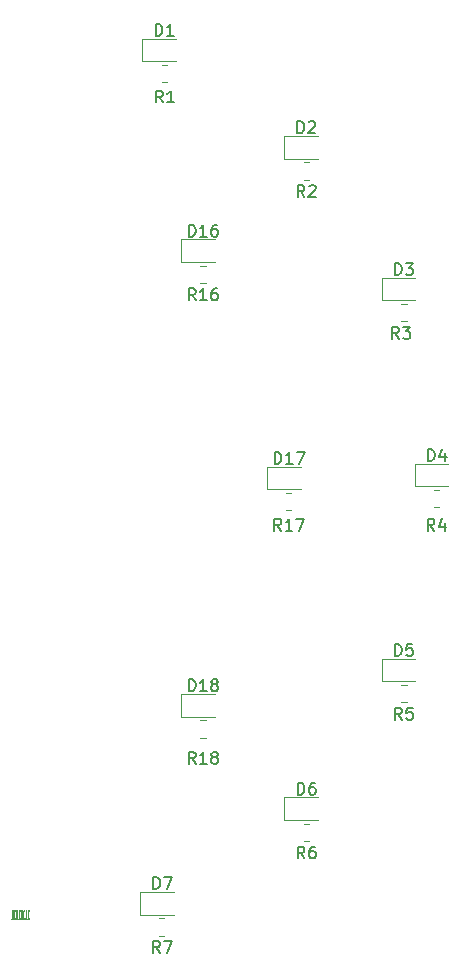
<source format=gbr>
G04 #@! TF.GenerationSoftware,KiCad,Pcbnew,5.1.10-88a1d61d58~88~ubuntu20.04.1*
G04 #@! TF.CreationDate,2021-06-07T13:22:34+01:00*
G04 #@! TF.ProjectId,wings,77696e67-732e-46b6-9963-61645f706362,rev?*
G04 #@! TF.SameCoordinates,Original*
G04 #@! TF.FileFunction,Legend,Top*
G04 #@! TF.FilePolarity,Positive*
%FSLAX46Y46*%
G04 Gerber Fmt 4.6, Leading zero omitted, Abs format (unit mm)*
G04 Created by KiCad (PCBNEW 5.1.10-88a1d61d58~88~ubuntu20.04.1) date 2021-06-07 13:22:34*
%MOMM*%
%LPD*%
G01*
G04 APERTURE LIST*
%ADD10C,0.037500*%
%ADD11C,0.120000*%
%ADD12C,0.150000*%
G04 APERTURE END LIST*
D10*
X151557142Y-128061904D02*
X151557142Y-128633333D01*
X151550000Y-128747619D01*
X151535714Y-128823809D01*
X151514285Y-128861904D01*
X151500000Y-128861904D01*
X151700000Y-128861904D02*
X151628571Y-128861904D01*
X151628571Y-128061904D01*
X151835714Y-128785714D02*
X151828571Y-128823809D01*
X151807142Y-128861904D01*
X151792857Y-128861904D01*
X151771428Y-128823809D01*
X151757142Y-128747619D01*
X151750000Y-128671428D01*
X151742857Y-128519047D01*
X151742857Y-128404761D01*
X151750000Y-128252380D01*
X151757142Y-128176190D01*
X151771428Y-128100000D01*
X151792857Y-128061904D01*
X151807142Y-128061904D01*
X151828571Y-128100000D01*
X151835714Y-128138095D01*
X151942857Y-128061904D02*
X151942857Y-128633333D01*
X151935714Y-128747619D01*
X151921428Y-128823809D01*
X151900000Y-128861904D01*
X151885714Y-128861904D01*
X152085714Y-128861904D02*
X152014285Y-128861904D01*
X152014285Y-128061904D01*
X152221428Y-128785714D02*
X152214285Y-128823809D01*
X152192857Y-128861904D01*
X152178571Y-128861904D01*
X152157142Y-128823809D01*
X152142857Y-128747619D01*
X152135714Y-128671428D01*
X152128571Y-128519047D01*
X152128571Y-128404761D01*
X152135714Y-128252380D01*
X152142857Y-128176190D01*
X152157142Y-128100000D01*
X152178571Y-128061904D01*
X152192857Y-128061904D01*
X152214285Y-128100000D01*
X152221428Y-128138095D01*
X152328571Y-128061904D02*
X152328571Y-128633333D01*
X152321428Y-128747619D01*
X152307142Y-128823809D01*
X152285714Y-128861904D01*
X152271428Y-128861904D01*
X152471428Y-128861904D02*
X152400000Y-128861904D01*
X152400000Y-128061904D01*
X152607142Y-128785714D02*
X152600000Y-128823809D01*
X152578571Y-128861904D01*
X152564285Y-128861904D01*
X152542857Y-128823809D01*
X152528571Y-128747619D01*
X152521428Y-128671428D01*
X152514285Y-128519047D01*
X152514285Y-128404761D01*
X152521428Y-128252380D01*
X152528571Y-128176190D01*
X152542857Y-128100000D01*
X152564285Y-128061904D01*
X152578571Y-128061904D01*
X152600000Y-128100000D01*
X152607142Y-128138095D01*
X152714285Y-128061904D02*
X152714285Y-128633333D01*
X152707142Y-128747619D01*
X152692857Y-128823809D01*
X152671428Y-128861904D01*
X152657142Y-128861904D01*
X152857142Y-128861904D02*
X152785714Y-128861904D01*
X152785714Y-128061904D01*
X152992857Y-128785714D02*
X152985714Y-128823809D01*
X152964285Y-128861904D01*
X152950000Y-128861904D01*
X152928571Y-128823809D01*
X152914285Y-128747619D01*
X152907142Y-128671428D01*
X152900000Y-128519047D01*
X152900000Y-128404761D01*
X152907142Y-128252380D01*
X152914285Y-128176190D01*
X152928571Y-128100000D01*
X152950000Y-128061904D01*
X152964285Y-128061904D01*
X152985714Y-128100000D01*
X152992857Y-128138095D01*
D11*
G04 #@! TO.C,R6*
X176272936Y-120765000D02*
X176727064Y-120765000D01*
X176272936Y-122235000D02*
X176727064Y-122235000D01*
G04 #@! TO.C,R5*
X184522936Y-109015000D02*
X184977064Y-109015000D01*
X184522936Y-110485000D02*
X184977064Y-110485000D01*
G04 #@! TO.C,R18*
X167522936Y-112015000D02*
X167977064Y-112015000D01*
X167522936Y-113485000D02*
X167977064Y-113485000D01*
G04 #@! TO.C,R4*
X187272936Y-92515000D02*
X187727064Y-92515000D01*
X187272936Y-93985000D02*
X187727064Y-93985000D01*
G04 #@! TO.C,R17*
X174772936Y-92765000D02*
X175227064Y-92765000D01*
X174772936Y-94235000D02*
X175227064Y-94235000D01*
G04 #@! TO.C,R3*
X184522936Y-76765000D02*
X184977064Y-76765000D01*
X184522936Y-78235000D02*
X184977064Y-78235000D01*
G04 #@! TO.C,R16*
X167522936Y-73515000D02*
X167977064Y-73515000D01*
X167522936Y-74985000D02*
X167977064Y-74985000D01*
G04 #@! TO.C,R2*
X176272936Y-64765000D02*
X176727064Y-64765000D01*
X176272936Y-66235000D02*
X176727064Y-66235000D01*
G04 #@! TO.C,R1*
X164272936Y-56515000D02*
X164727064Y-56515000D01*
X164272936Y-57985000D02*
X164727064Y-57985000D01*
G04 #@! TO.C,R7*
X164022936Y-128765000D02*
X164477064Y-128765000D01*
X164022936Y-130235000D02*
X164477064Y-130235000D01*
G04 #@! TO.C,D6*
X177500000Y-118540000D02*
X174640000Y-118540000D01*
X174640000Y-118540000D02*
X174640000Y-120460000D01*
X174640000Y-120460000D02*
X177500000Y-120460000D01*
G04 #@! TO.C,D5*
X185725000Y-106790000D02*
X182865000Y-106790000D01*
X182865000Y-106790000D02*
X182865000Y-108710000D01*
X182865000Y-108710000D02*
X185725000Y-108710000D01*
G04 #@! TO.C,D18*
X168750000Y-109790000D02*
X165890000Y-109790000D01*
X165890000Y-109790000D02*
X165890000Y-111710000D01*
X165890000Y-111710000D02*
X168750000Y-111710000D01*
G04 #@! TO.C,D4*
X188525000Y-90290000D02*
X185665000Y-90290000D01*
X185665000Y-90290000D02*
X185665000Y-92210000D01*
X185665000Y-92210000D02*
X188525000Y-92210000D01*
G04 #@! TO.C,D17*
X176025000Y-90540000D02*
X173165000Y-90540000D01*
X173165000Y-90540000D02*
X173165000Y-92460000D01*
X173165000Y-92460000D02*
X176025000Y-92460000D01*
G04 #@! TO.C,D3*
X185725000Y-74540000D02*
X182865000Y-74540000D01*
X182865000Y-74540000D02*
X182865000Y-76460000D01*
X182865000Y-76460000D02*
X185725000Y-76460000D01*
G04 #@! TO.C,D16*
X168750000Y-71290000D02*
X165890000Y-71290000D01*
X165890000Y-71290000D02*
X165890000Y-73210000D01*
X165890000Y-73210000D02*
X168750000Y-73210000D01*
G04 #@! TO.C,D2*
X177475000Y-62540000D02*
X174615000Y-62540000D01*
X174615000Y-62540000D02*
X174615000Y-64460000D01*
X174615000Y-64460000D02*
X177475000Y-64460000D01*
G04 #@! TO.C,D1*
X165475000Y-54290000D02*
X162615000Y-54290000D01*
X162615000Y-54290000D02*
X162615000Y-56210000D01*
X162615000Y-56210000D02*
X165475000Y-56210000D01*
G04 #@! TO.C,D7*
X165275000Y-126540000D02*
X162415000Y-126540000D01*
X162415000Y-126540000D02*
X162415000Y-128460000D01*
X162415000Y-128460000D02*
X165275000Y-128460000D01*
G04 #@! TO.C,R6*
D12*
X176333333Y-123702380D02*
X176000000Y-123226190D01*
X175761904Y-123702380D02*
X175761904Y-122702380D01*
X176142857Y-122702380D01*
X176238095Y-122750000D01*
X176285714Y-122797619D01*
X176333333Y-122892857D01*
X176333333Y-123035714D01*
X176285714Y-123130952D01*
X176238095Y-123178571D01*
X176142857Y-123226190D01*
X175761904Y-123226190D01*
X177190476Y-122702380D02*
X177000000Y-122702380D01*
X176904761Y-122750000D01*
X176857142Y-122797619D01*
X176761904Y-122940476D01*
X176714285Y-123130952D01*
X176714285Y-123511904D01*
X176761904Y-123607142D01*
X176809523Y-123654761D01*
X176904761Y-123702380D01*
X177095238Y-123702380D01*
X177190476Y-123654761D01*
X177238095Y-123607142D01*
X177285714Y-123511904D01*
X177285714Y-123273809D01*
X177238095Y-123178571D01*
X177190476Y-123130952D01*
X177095238Y-123083333D01*
X176904761Y-123083333D01*
X176809523Y-123130952D01*
X176761904Y-123178571D01*
X176714285Y-123273809D01*
G04 #@! TO.C,R5*
X184583333Y-111952380D02*
X184250000Y-111476190D01*
X184011904Y-111952380D02*
X184011904Y-110952380D01*
X184392857Y-110952380D01*
X184488095Y-111000000D01*
X184535714Y-111047619D01*
X184583333Y-111142857D01*
X184583333Y-111285714D01*
X184535714Y-111380952D01*
X184488095Y-111428571D01*
X184392857Y-111476190D01*
X184011904Y-111476190D01*
X185488095Y-110952380D02*
X185011904Y-110952380D01*
X184964285Y-111428571D01*
X185011904Y-111380952D01*
X185107142Y-111333333D01*
X185345238Y-111333333D01*
X185440476Y-111380952D01*
X185488095Y-111428571D01*
X185535714Y-111523809D01*
X185535714Y-111761904D01*
X185488095Y-111857142D01*
X185440476Y-111904761D01*
X185345238Y-111952380D01*
X185107142Y-111952380D01*
X185011904Y-111904761D01*
X184964285Y-111857142D01*
G04 #@! TO.C,R18*
X167107142Y-115702380D02*
X166773809Y-115226190D01*
X166535714Y-115702380D02*
X166535714Y-114702380D01*
X166916666Y-114702380D01*
X167011904Y-114750000D01*
X167059523Y-114797619D01*
X167107142Y-114892857D01*
X167107142Y-115035714D01*
X167059523Y-115130952D01*
X167011904Y-115178571D01*
X166916666Y-115226190D01*
X166535714Y-115226190D01*
X168059523Y-115702380D02*
X167488095Y-115702380D01*
X167773809Y-115702380D02*
X167773809Y-114702380D01*
X167678571Y-114845238D01*
X167583333Y-114940476D01*
X167488095Y-114988095D01*
X168630952Y-115130952D02*
X168535714Y-115083333D01*
X168488095Y-115035714D01*
X168440476Y-114940476D01*
X168440476Y-114892857D01*
X168488095Y-114797619D01*
X168535714Y-114750000D01*
X168630952Y-114702380D01*
X168821428Y-114702380D01*
X168916666Y-114750000D01*
X168964285Y-114797619D01*
X169011904Y-114892857D01*
X169011904Y-114940476D01*
X168964285Y-115035714D01*
X168916666Y-115083333D01*
X168821428Y-115130952D01*
X168630952Y-115130952D01*
X168535714Y-115178571D01*
X168488095Y-115226190D01*
X168440476Y-115321428D01*
X168440476Y-115511904D01*
X168488095Y-115607142D01*
X168535714Y-115654761D01*
X168630952Y-115702380D01*
X168821428Y-115702380D01*
X168916666Y-115654761D01*
X168964285Y-115607142D01*
X169011904Y-115511904D01*
X169011904Y-115321428D01*
X168964285Y-115226190D01*
X168916666Y-115178571D01*
X168821428Y-115130952D01*
G04 #@! TO.C,R4*
X187333333Y-95952380D02*
X187000000Y-95476190D01*
X186761904Y-95952380D02*
X186761904Y-94952380D01*
X187142857Y-94952380D01*
X187238095Y-95000000D01*
X187285714Y-95047619D01*
X187333333Y-95142857D01*
X187333333Y-95285714D01*
X187285714Y-95380952D01*
X187238095Y-95428571D01*
X187142857Y-95476190D01*
X186761904Y-95476190D01*
X188190476Y-95285714D02*
X188190476Y-95952380D01*
X187952380Y-94904761D02*
X187714285Y-95619047D01*
X188333333Y-95619047D01*
G04 #@! TO.C,R17*
X174357142Y-95952380D02*
X174023809Y-95476190D01*
X173785714Y-95952380D02*
X173785714Y-94952380D01*
X174166666Y-94952380D01*
X174261904Y-95000000D01*
X174309523Y-95047619D01*
X174357142Y-95142857D01*
X174357142Y-95285714D01*
X174309523Y-95380952D01*
X174261904Y-95428571D01*
X174166666Y-95476190D01*
X173785714Y-95476190D01*
X175309523Y-95952380D02*
X174738095Y-95952380D01*
X175023809Y-95952380D02*
X175023809Y-94952380D01*
X174928571Y-95095238D01*
X174833333Y-95190476D01*
X174738095Y-95238095D01*
X175642857Y-94952380D02*
X176309523Y-94952380D01*
X175880952Y-95952380D01*
G04 #@! TO.C,R3*
X184333333Y-79702380D02*
X184000000Y-79226190D01*
X183761904Y-79702380D02*
X183761904Y-78702380D01*
X184142857Y-78702380D01*
X184238095Y-78750000D01*
X184285714Y-78797619D01*
X184333333Y-78892857D01*
X184333333Y-79035714D01*
X184285714Y-79130952D01*
X184238095Y-79178571D01*
X184142857Y-79226190D01*
X183761904Y-79226190D01*
X184666666Y-78702380D02*
X185285714Y-78702380D01*
X184952380Y-79083333D01*
X185095238Y-79083333D01*
X185190476Y-79130952D01*
X185238095Y-79178571D01*
X185285714Y-79273809D01*
X185285714Y-79511904D01*
X185238095Y-79607142D01*
X185190476Y-79654761D01*
X185095238Y-79702380D01*
X184809523Y-79702380D01*
X184714285Y-79654761D01*
X184666666Y-79607142D01*
G04 #@! TO.C,R16*
X167107142Y-76452380D02*
X166773809Y-75976190D01*
X166535714Y-76452380D02*
X166535714Y-75452380D01*
X166916666Y-75452380D01*
X167011904Y-75500000D01*
X167059523Y-75547619D01*
X167107142Y-75642857D01*
X167107142Y-75785714D01*
X167059523Y-75880952D01*
X167011904Y-75928571D01*
X166916666Y-75976190D01*
X166535714Y-75976190D01*
X168059523Y-76452380D02*
X167488095Y-76452380D01*
X167773809Y-76452380D02*
X167773809Y-75452380D01*
X167678571Y-75595238D01*
X167583333Y-75690476D01*
X167488095Y-75738095D01*
X168916666Y-75452380D02*
X168726190Y-75452380D01*
X168630952Y-75500000D01*
X168583333Y-75547619D01*
X168488095Y-75690476D01*
X168440476Y-75880952D01*
X168440476Y-76261904D01*
X168488095Y-76357142D01*
X168535714Y-76404761D01*
X168630952Y-76452380D01*
X168821428Y-76452380D01*
X168916666Y-76404761D01*
X168964285Y-76357142D01*
X169011904Y-76261904D01*
X169011904Y-76023809D01*
X168964285Y-75928571D01*
X168916666Y-75880952D01*
X168821428Y-75833333D01*
X168630952Y-75833333D01*
X168535714Y-75880952D01*
X168488095Y-75928571D01*
X168440476Y-76023809D01*
G04 #@! TO.C,R2*
X176333333Y-67702380D02*
X176000000Y-67226190D01*
X175761904Y-67702380D02*
X175761904Y-66702380D01*
X176142857Y-66702380D01*
X176238095Y-66750000D01*
X176285714Y-66797619D01*
X176333333Y-66892857D01*
X176333333Y-67035714D01*
X176285714Y-67130952D01*
X176238095Y-67178571D01*
X176142857Y-67226190D01*
X175761904Y-67226190D01*
X176714285Y-66797619D02*
X176761904Y-66750000D01*
X176857142Y-66702380D01*
X177095238Y-66702380D01*
X177190476Y-66750000D01*
X177238095Y-66797619D01*
X177285714Y-66892857D01*
X177285714Y-66988095D01*
X177238095Y-67130952D01*
X176666666Y-67702380D01*
X177285714Y-67702380D01*
G04 #@! TO.C,R1*
X164333333Y-59702380D02*
X164000000Y-59226190D01*
X163761904Y-59702380D02*
X163761904Y-58702380D01*
X164142857Y-58702380D01*
X164238095Y-58750000D01*
X164285714Y-58797619D01*
X164333333Y-58892857D01*
X164333333Y-59035714D01*
X164285714Y-59130952D01*
X164238095Y-59178571D01*
X164142857Y-59226190D01*
X163761904Y-59226190D01*
X165285714Y-59702380D02*
X164714285Y-59702380D01*
X165000000Y-59702380D02*
X165000000Y-58702380D01*
X164904761Y-58845238D01*
X164809523Y-58940476D01*
X164714285Y-58988095D01*
G04 #@! TO.C,R7*
X164083333Y-131702380D02*
X163750000Y-131226190D01*
X163511904Y-131702380D02*
X163511904Y-130702380D01*
X163892857Y-130702380D01*
X163988095Y-130750000D01*
X164035714Y-130797619D01*
X164083333Y-130892857D01*
X164083333Y-131035714D01*
X164035714Y-131130952D01*
X163988095Y-131178571D01*
X163892857Y-131226190D01*
X163511904Y-131226190D01*
X164416666Y-130702380D02*
X165083333Y-130702380D01*
X164654761Y-131702380D01*
G04 #@! TO.C,D6*
X175761904Y-118302380D02*
X175761904Y-117302380D01*
X176000000Y-117302380D01*
X176142857Y-117350000D01*
X176238095Y-117445238D01*
X176285714Y-117540476D01*
X176333333Y-117730952D01*
X176333333Y-117873809D01*
X176285714Y-118064285D01*
X176238095Y-118159523D01*
X176142857Y-118254761D01*
X176000000Y-118302380D01*
X175761904Y-118302380D01*
X177190476Y-117302380D02*
X177000000Y-117302380D01*
X176904761Y-117350000D01*
X176857142Y-117397619D01*
X176761904Y-117540476D01*
X176714285Y-117730952D01*
X176714285Y-118111904D01*
X176761904Y-118207142D01*
X176809523Y-118254761D01*
X176904761Y-118302380D01*
X177095238Y-118302380D01*
X177190476Y-118254761D01*
X177238095Y-118207142D01*
X177285714Y-118111904D01*
X177285714Y-117873809D01*
X177238095Y-117778571D01*
X177190476Y-117730952D01*
X177095238Y-117683333D01*
X176904761Y-117683333D01*
X176809523Y-117730952D01*
X176761904Y-117778571D01*
X176714285Y-117873809D01*
G04 #@! TO.C,D5*
X183986904Y-106552380D02*
X183986904Y-105552380D01*
X184225000Y-105552380D01*
X184367857Y-105600000D01*
X184463095Y-105695238D01*
X184510714Y-105790476D01*
X184558333Y-105980952D01*
X184558333Y-106123809D01*
X184510714Y-106314285D01*
X184463095Y-106409523D01*
X184367857Y-106504761D01*
X184225000Y-106552380D01*
X183986904Y-106552380D01*
X185463095Y-105552380D02*
X184986904Y-105552380D01*
X184939285Y-106028571D01*
X184986904Y-105980952D01*
X185082142Y-105933333D01*
X185320238Y-105933333D01*
X185415476Y-105980952D01*
X185463095Y-106028571D01*
X185510714Y-106123809D01*
X185510714Y-106361904D01*
X185463095Y-106457142D01*
X185415476Y-106504761D01*
X185320238Y-106552380D01*
X185082142Y-106552380D01*
X184986904Y-106504761D01*
X184939285Y-106457142D01*
G04 #@! TO.C,D18*
X166535714Y-109552380D02*
X166535714Y-108552380D01*
X166773809Y-108552380D01*
X166916666Y-108600000D01*
X167011904Y-108695238D01*
X167059523Y-108790476D01*
X167107142Y-108980952D01*
X167107142Y-109123809D01*
X167059523Y-109314285D01*
X167011904Y-109409523D01*
X166916666Y-109504761D01*
X166773809Y-109552380D01*
X166535714Y-109552380D01*
X168059523Y-109552380D02*
X167488095Y-109552380D01*
X167773809Y-109552380D02*
X167773809Y-108552380D01*
X167678571Y-108695238D01*
X167583333Y-108790476D01*
X167488095Y-108838095D01*
X168630952Y-108980952D02*
X168535714Y-108933333D01*
X168488095Y-108885714D01*
X168440476Y-108790476D01*
X168440476Y-108742857D01*
X168488095Y-108647619D01*
X168535714Y-108600000D01*
X168630952Y-108552380D01*
X168821428Y-108552380D01*
X168916666Y-108600000D01*
X168964285Y-108647619D01*
X169011904Y-108742857D01*
X169011904Y-108790476D01*
X168964285Y-108885714D01*
X168916666Y-108933333D01*
X168821428Y-108980952D01*
X168630952Y-108980952D01*
X168535714Y-109028571D01*
X168488095Y-109076190D01*
X168440476Y-109171428D01*
X168440476Y-109361904D01*
X168488095Y-109457142D01*
X168535714Y-109504761D01*
X168630952Y-109552380D01*
X168821428Y-109552380D01*
X168916666Y-109504761D01*
X168964285Y-109457142D01*
X169011904Y-109361904D01*
X169011904Y-109171428D01*
X168964285Y-109076190D01*
X168916666Y-109028571D01*
X168821428Y-108980952D01*
G04 #@! TO.C,D4*
X186786904Y-90052380D02*
X186786904Y-89052380D01*
X187025000Y-89052380D01*
X187167857Y-89100000D01*
X187263095Y-89195238D01*
X187310714Y-89290476D01*
X187358333Y-89480952D01*
X187358333Y-89623809D01*
X187310714Y-89814285D01*
X187263095Y-89909523D01*
X187167857Y-90004761D01*
X187025000Y-90052380D01*
X186786904Y-90052380D01*
X188215476Y-89385714D02*
X188215476Y-90052380D01*
X187977380Y-89004761D02*
X187739285Y-89719047D01*
X188358333Y-89719047D01*
G04 #@! TO.C,D17*
X173810714Y-90302380D02*
X173810714Y-89302380D01*
X174048809Y-89302380D01*
X174191666Y-89350000D01*
X174286904Y-89445238D01*
X174334523Y-89540476D01*
X174382142Y-89730952D01*
X174382142Y-89873809D01*
X174334523Y-90064285D01*
X174286904Y-90159523D01*
X174191666Y-90254761D01*
X174048809Y-90302380D01*
X173810714Y-90302380D01*
X175334523Y-90302380D02*
X174763095Y-90302380D01*
X175048809Y-90302380D02*
X175048809Y-89302380D01*
X174953571Y-89445238D01*
X174858333Y-89540476D01*
X174763095Y-89588095D01*
X175667857Y-89302380D02*
X176334523Y-89302380D01*
X175905952Y-90302380D01*
G04 #@! TO.C,D3*
X183986904Y-74302380D02*
X183986904Y-73302380D01*
X184225000Y-73302380D01*
X184367857Y-73350000D01*
X184463095Y-73445238D01*
X184510714Y-73540476D01*
X184558333Y-73730952D01*
X184558333Y-73873809D01*
X184510714Y-74064285D01*
X184463095Y-74159523D01*
X184367857Y-74254761D01*
X184225000Y-74302380D01*
X183986904Y-74302380D01*
X184891666Y-73302380D02*
X185510714Y-73302380D01*
X185177380Y-73683333D01*
X185320238Y-73683333D01*
X185415476Y-73730952D01*
X185463095Y-73778571D01*
X185510714Y-73873809D01*
X185510714Y-74111904D01*
X185463095Y-74207142D01*
X185415476Y-74254761D01*
X185320238Y-74302380D01*
X185034523Y-74302380D01*
X184939285Y-74254761D01*
X184891666Y-74207142D01*
G04 #@! TO.C,D16*
X166535714Y-71052380D02*
X166535714Y-70052380D01*
X166773809Y-70052380D01*
X166916666Y-70100000D01*
X167011904Y-70195238D01*
X167059523Y-70290476D01*
X167107142Y-70480952D01*
X167107142Y-70623809D01*
X167059523Y-70814285D01*
X167011904Y-70909523D01*
X166916666Y-71004761D01*
X166773809Y-71052380D01*
X166535714Y-71052380D01*
X168059523Y-71052380D02*
X167488095Y-71052380D01*
X167773809Y-71052380D02*
X167773809Y-70052380D01*
X167678571Y-70195238D01*
X167583333Y-70290476D01*
X167488095Y-70338095D01*
X168916666Y-70052380D02*
X168726190Y-70052380D01*
X168630952Y-70100000D01*
X168583333Y-70147619D01*
X168488095Y-70290476D01*
X168440476Y-70480952D01*
X168440476Y-70861904D01*
X168488095Y-70957142D01*
X168535714Y-71004761D01*
X168630952Y-71052380D01*
X168821428Y-71052380D01*
X168916666Y-71004761D01*
X168964285Y-70957142D01*
X169011904Y-70861904D01*
X169011904Y-70623809D01*
X168964285Y-70528571D01*
X168916666Y-70480952D01*
X168821428Y-70433333D01*
X168630952Y-70433333D01*
X168535714Y-70480952D01*
X168488095Y-70528571D01*
X168440476Y-70623809D01*
G04 #@! TO.C,D2*
X175736904Y-62302380D02*
X175736904Y-61302380D01*
X175975000Y-61302380D01*
X176117857Y-61350000D01*
X176213095Y-61445238D01*
X176260714Y-61540476D01*
X176308333Y-61730952D01*
X176308333Y-61873809D01*
X176260714Y-62064285D01*
X176213095Y-62159523D01*
X176117857Y-62254761D01*
X175975000Y-62302380D01*
X175736904Y-62302380D01*
X176689285Y-61397619D02*
X176736904Y-61350000D01*
X176832142Y-61302380D01*
X177070238Y-61302380D01*
X177165476Y-61350000D01*
X177213095Y-61397619D01*
X177260714Y-61492857D01*
X177260714Y-61588095D01*
X177213095Y-61730952D01*
X176641666Y-62302380D01*
X177260714Y-62302380D01*
G04 #@! TO.C,D1*
X163736904Y-54052380D02*
X163736904Y-53052380D01*
X163975000Y-53052380D01*
X164117857Y-53100000D01*
X164213095Y-53195238D01*
X164260714Y-53290476D01*
X164308333Y-53480952D01*
X164308333Y-53623809D01*
X164260714Y-53814285D01*
X164213095Y-53909523D01*
X164117857Y-54004761D01*
X163975000Y-54052380D01*
X163736904Y-54052380D01*
X165260714Y-54052380D02*
X164689285Y-54052380D01*
X164975000Y-54052380D02*
X164975000Y-53052380D01*
X164879761Y-53195238D01*
X164784523Y-53290476D01*
X164689285Y-53338095D01*
G04 #@! TO.C,D7*
X163536904Y-126302380D02*
X163536904Y-125302380D01*
X163775000Y-125302380D01*
X163917857Y-125350000D01*
X164013095Y-125445238D01*
X164060714Y-125540476D01*
X164108333Y-125730952D01*
X164108333Y-125873809D01*
X164060714Y-126064285D01*
X164013095Y-126159523D01*
X163917857Y-126254761D01*
X163775000Y-126302380D01*
X163536904Y-126302380D01*
X164441666Y-125302380D02*
X165108333Y-125302380D01*
X164679761Y-126302380D01*
G04 #@! TD*
M02*

</source>
